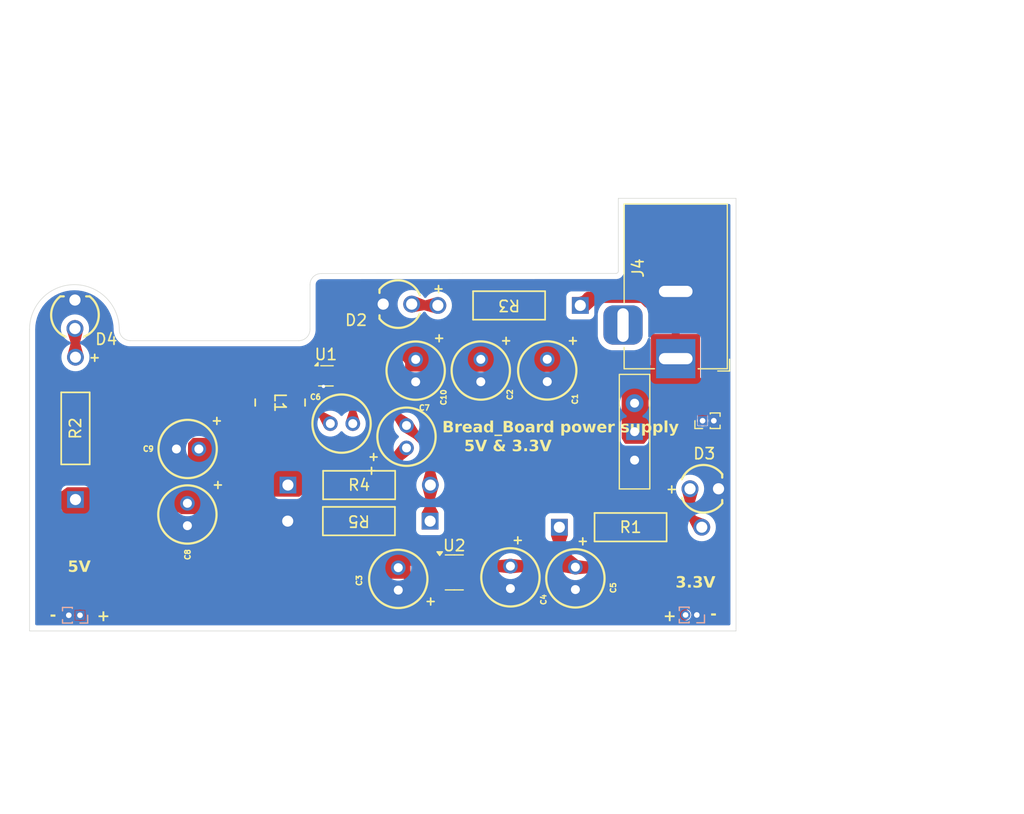
<source format=kicad_pcb>
(kicad_pcb (version 20240819) (generator "pcbnew") (generator_version "8.99")
  (layers (0 "F.Cu" signal) (2 "B.Cu" signal) (13 "F.Paste" user) (15 "B.Paste" user) (5 "F.SilkS" user "F.Silkscreen") (7 "B.SilkS" user "B.Silkscreen") (1 "F.Mask" user) (3 "B.Mask" user) (25 "Edge.Cuts" user))
  (net 0 "")
  (net 1 "Net-(U1-EN)")
  (net 2 "+12V")
  (net 3 "GND")
  (net 4 "+5V")
  (net 5 "+3.3V")
  (net 6 "Net-(U1-SW)")
  (net 7 "Net-(U1-VBST)")
  (net 8 "Net-(U1-VFB)")
  (net 9 "Net-(D2-A)")
  (net 10 "Net-(D3-A)")
  (net 11 "Net-(D4-A)")
  (footprint "Bread_Board_powers:ERL07_VIS" (layer "F.Cu") (at 147.246 93.644)
    (property "Reference" "R1" (at 6.35 0 0) (layer "F.SilkS"))
    (property "Value" "65R")
    (fp_line (start 3.1369 -1.27) (end 3.1369 1.27) (stroke (width 0.1524)) (layer "F.SilkS"))
    (fp_line (start 3.1369 1.27) (end 9.5631 1.27) (stroke (width 0.1524)) (layer "F.SilkS"))
    (fp_line (start 9.5631 -1.27) (end 3.1369 -1.27) (stroke (width 0.1524)) (layer "F.SilkS"))
    (fp_line (start 9.5631 1.27) (end 9.5631 -1.27) (stroke (width 0.1524)) (layer "F.SilkS"))
    (pad "1" thru_hole rect (at 0 0) (size 1.4986 1.4986) (drill 0.9906) (layers "*.Cu" "*.Mask") (net 5 "+3.3V"))
    (pad "2" thru_hole circle (at 12.7 0) (size 1.4986 1.4986) (drill 0.9906) (layers "*.Cu" "*.Mask") (net 10 "Net-(D3-A)"))
  )
  (footprint "Bread_Board_powers:WCAP-ATG5_5X11_DXL_" (layer "F.Cu") (at 148.675 98.208 90)
    (property "Reference" "C5" (at -0.844 3.377 90) (layer "F.SilkS") (effects (font (size 0.48 0.48) (thickness 0.12))))
    (property "Value" "2.2u")
    (fp_circle (center 0 0) (end 2.6 0) (stroke (width 0.2)) (fill none) (layer "F.SilkS"))
    (fp_text user "+" (at 3.3 0.6 90) (layer "F.SilkS") (effects (font (size 0.8 0.8))))
    (pad "1" thru_hole circle (at 1 0 90) (size 1.308 1.308) (drill 0.8) (layers "*.Cu" "*.Mask") (net 5 "+3.3V"))
    (pad "2" thru_hole circle (at -1 0 90) (size 1.308 1.308) (drill 0.8) (layers "*.Cu" "*.Mask") (net 3 "GND"))
  )
  (footprint "Button_Switch_THT:SW_Slide-03_Wuerth-WS-SLTV_10x2.5x6.4_P2.54mm" (layer "F.Cu") (at 153.952 85.117 90)
    (property "Reference" "SW1" (hide yes))
    (property "Value" "SW_Wuerth_450301014042")
    (fp_rect (start -5.11 -1.36) (end 5.11 1.36) (stroke (width 0.12)) (fill none) (layer "F.SilkS"))
    (pad "1" thru_hole rect (at 0 0 90) (size 1.5 1.5) (drill 0.8) (layers "*.Cu" "*.Mask") (net 2 "+12V"))
    (pad "2" thru_hole circle (at -2.54 0 90) (size 1.6 1.6) (drill 0.8) (layers "*.Cu" "*.Mask") (net 3 "GND"))
    (pad "3" thru_hole circle (at 2.54 0 90) (size 1.6 1.6) (drill 0.8) (layers "*.Cu" "*.Mask") (net 2 "+12V"))
  )
  (footprint "Bread_Board_powers:WCAP-ATG5_5X11_DXL_" (layer "F.Cu") (at 140.239 79.664 90)
    (property "Reference" "C2" (at -2.149 2.601 90) (layer "F.SilkS") (effects (font (size 0.48 0.48) (thickness 0.12))))
    (property "Value" "100n")
    (fp_circle (center 0 0) (end 2.6 0) (stroke (width 0.2)) (fill none) (layer "F.SilkS"))
    (fp_text user "+" (at 2.65 2.2 90) (layer "F.SilkS") (effects (font (size 0.8 0.8))))
    (pad "1" thru_hole circle (at 1 0 90) (size 1.308 1.308) (drill 0.8) (layers "*.Cu" "*.Mask") (net 1 "Net-(U1-EN)"))
    (pad "2" thru_hole circle (at -1 0 90) (size 1.308 1.308) (drill 0.8) (layers "*.Cu" "*.Mask") (net 3 "GND"))
  )
  (footprint "Connector_PinHeader_1.00mm:PinHeader_1x02_P1.00mm_Vertical" (layer "F.Cu") (at 160.017 84.143 90)
    (property "Reference" "J2")
    (property "Value" "5V_Connector")
    (fp_line (start -0.695 -0.685) (end 0 -0.685) (stroke (width 0.12)) (layer "F.SilkS"))
    (fp_line (start -0.695 0) (end -0.695 -0.685) (stroke (width 0.12)) (layer "F.SilkS"))
    (fp_line (start 0.695 0.685) (end 0.695 1.56) (stroke (width 0.12)) (layer "F.SilkS"))
    (fp_line (start 0.608276 0.685) (end 0.695 0.685) (stroke (width 0.12)) (layer "F.SilkS"))
    (fp_line (start -0.695 0.685) (end -0.608276 0.685) (stroke (width 0.12)) (layer "F.SilkS"))
    (fp_line (start -0.695 0.685) (end -0.695 1.56) (stroke (width 0.12)) (layer "F.SilkS"))
    (fp_line (start 0.394493 1.56) (end 0.695 1.56) (stroke (width 0.12)) (layer "F.SilkS"))
    (fp_line (start -0.695 1.56) (end -0.394493 1.56) (stroke (width 0.12)) (layer "F.SilkS"))
    (pad "1" thru_hole rect (at 0 0 90) (size 0.85 0.85) (drill 0.5) (layers "*.Cu" "*.Mask") (net 2 "+12V") (clearance 0.05))
    (pad "2" thru_hole oval (at 0 1 90) (size 0.85 0.85) (drill 0.5) (layers "*.Cu" "*.Mask") (net 3 "GND") (clearance 0.05))
  )
  (footprint "Bread_Board_powers:WCAP-ATG5_5X11_DXL_" (layer "F.Cu") (at 127.823 84.4)
    (property "Reference" "C6" (at -2.327 -2.378 360) (layer "F.SilkS") (effects (font (size 0.48 0.48) (thickness 0.12))))
    (property "Value" "100n")
    (fp_circle (center 0 0) (end 2.6 0) (stroke (width 0.2)) (fill none) (layer "F.SilkS"))
    (fp_text user "+" (at 2.672 4.154 360) (layer "F.SilkS") (effects (font (size 0.8 0.8))))
    (pad "1" thru_hole circle (at 1 0) (size 1.308 1.308) (drill 0.8) (layers "*.Cu" "*.Mask") (net 7 "Net-(U1-VBST)"))
    (pad "2" thru_hole circle (at -1 0) (size 1.308 1.308) (drill 0.8) (layers "*.Cu" "*.Mask") (net 6 "Net-(U1-SW)"))
  )
  (footprint "Bread_Board_powers:WCAP-ATG5_5X11_DXL_" (layer "F.Cu") (at 142.881 98.117 90)
    (property "Reference" "C4" (at -1.984 2.957 90) (layer "F.SilkS") (effects (font (size 0.48 0.48) (thickness 0.12))))
    (property "Value" "2.2u")
    (fp_circle (center 0 0) (end 2.6 0) (stroke (width 0.2)) (fill none) (layer "F.SilkS"))
    (fp_text user "+" (at 3.3 0.6 90) (layer "F.SilkS") (effects (font (size 0.8 0.8))))
    (pad "1" thru_hole circle (at 1 0 90) (size 1.308 1.308) (drill 0.8) (layers "*.Cu" "*.Mask") (net 5 "+3.3V"))
    (pad "2" thru_hole circle (at -1 0 90) (size 1.308 1.308) (drill 0.8) (layers "*.Cu" "*.Mask") (net 3 "GND"))
  )
  (footprint "Bread_Board_powers:ERL07_VIS" (layer "F.Cu") (at 123.04 89.882)
    (property "Reference" "R4" (at 6.35 0 0) (layer "F.SilkS"))
    (property "Value" "52.3k")
    (fp_line (start 3.1369 -1.27) (end 3.1369 1.27) (stroke (width 0.1524)) (layer "F.SilkS"))
    (fp_line (start 3.1369 1.27) (end 9.5631 1.27) (stroke (width 0.1524)) (layer "F.SilkS"))
    (fp_line (start 9.5631 -1.27) (end 3.1369 -1.27) (stroke (width 0.1524)) (layer "F.SilkS"))
    (fp_line (start 9.5631 1.27) (end 9.5631 -1.27) (stroke (width 0.1524)) (layer "F.SilkS"))
    (pad "1" thru_hole rect (at 0 0) (size 1.4986 1.4986) (drill 0.9906) (layers "*.Cu" "*.Mask") (net 4 "+5V"))
    (pad "2" thru_hole circle (at 12.7 0) (size 1.4986 1.4986) (drill 0.9906) (layers "*.Cu" "*.Mask") (net 8 "Net-(U1-VFB)"))
  )
  (footprint "Package_TO_SOT_SMD:SOT-23-5" (layer "F.Cu") (at 137.876 97.6775)
    (property "Reference" "U2" (at 0 -2.4 0) (layer "F.SilkS"))
    (property "Value" "LP5907MFX-3.3")
    (fp_line (start 0 -1.56) (end -0.8 -1.56) (stroke (width 0.12)) (layer "F.SilkS"))
    (fp_line (start 0 -1.56) (end 0.8 -1.56) (stroke (width 0.12)) (layer "F.SilkS"))
    (fp_line (start 0 1.56) (end -0.8 1.56) (stroke (width 0.12)) (layer "F.SilkS"))
    (fp_line (start 0 1.56) (end 0.8 1.56) (stroke (width 0.12)) (layer "F.SilkS"))
    (fp_poly (pts (xy -1.3 -1.51) (xy -1.54 -1.84) (xy -1.06 -1.84) (xy -1.3 -1.51)) (stroke (width 0.12)) (fill solid) (layer "F.SilkS"))
    (pad "1" smd roundrect (at -1.1375 -0.95) (size 1.325 0.6) (layers "F.Cu" "F.Mask" "F.Paste") (net 4 "+5V"))
    (pad "2" smd roundrect (at -1.1375 0) (size 1.325 0.6) (layers "F.Cu" "F.Mask" "F.Paste") (net 3 "GND"))
    (pad "3" smd roundrect (at -1.1375 0.95) (size 1.325 0.6) (layers "F.Cu" "F.Mask" "F.Paste") (net 4 "+5V"))
    (pad "4" smd roundrect (at 1.1375 0.95) (size 1.325 0.6) (layers "F.Cu" "F.Mask" "F.Paste"))
    (pad "5" smd roundrect (at 1.1375 -0.95) (size 1.325 0.6) (layers "F.Cu" "F.Mask" "F.Paste") (net 5 "+3.3V"))
  )
  (footprint "Bread_Board_powers:ERL07_VIS" (layer "F.Cu") (at 149.112 73.855 180)
    (property "Reference" "R3" (at 6.35 0 180) (layer "F.SilkS"))
    (property "Value" "500R")
    (fp_line (start 9.5631 1.27) (end 9.5631 -1.27) (stroke (width 0.1524)) (layer "F.SilkS"))
    (fp_line (start 9.5631 -1.27) (end 3.1369 -1.27) (stroke (width 0.1524)) (layer "F.SilkS"))
    (fp_line (start 3.1369 1.27) (end 9.5631 1.27) (stroke (width 0.1524)) (layer "F.SilkS"))
    (fp_line (start 3.1369 -1.27) (end 3.1369 1.27) (stroke (width 0.1524)) (layer "F.SilkS"))
    (pad "1" thru_hole rect (at 0 0 180) (size 1.4986 1.4986) (drill 0.9906) (layers "*.Cu" "*.Mask") (net 2 "+12V"))
    (pad "2" thru_hole circle (at 12.7 0 180) (size 1.4986 1.4986) (drill 0.9906) (layers "*.Cu" "*.Mask") (net 9 "Net-(D2-A)"))
  )
  (footprint "Bread_Board_powers:IND_BWVS008_PUL" (layer "F.Cu") (at 122.346 82.518 -90)
    (property "Reference" "L1" (at 0 0 -90) (layer "F.SilkS"))
    (property "Value" "4.7uH")
    (fp_line (start -0.301113 2.2225) (end 0.301113 2.2225) (stroke (width 0.1524)) (layer "F.SilkS"))
    (fp_line (start 0.301113 -2.2225) (end -0.301113 -2.2225) (stroke (width 0.1524)) (layer "F.SilkS"))
    (pad "1" smd rect (at -1.4986 0 270) (size 1.8034 4.1402) (layers "F.Cu" "F.Mask" "F.Paste") (net 6 "Net-(U1-SW)"))
    (pad "2" smd rect (at 1.4986 0 270) (size 1.8034 4.1402) (layers "F.Cu" "F.Mask" "F.Paste") (net 4 "+5V"))
  )
  (footprint "Bread_Board_powers:WCAP-ATG5_5X11_DXL_" (layer "F.Cu") (at 133.614 85.569 -90)
    (property "Reference" "C7" (at -2.58 -1.595 0) (layer "F.SilkS") (effects (font (size 0.48 0.48) (thickness 0.12))))
    (property "Value" "22p")
    (fp_circle (center 0 0) (end 2.6 0) (stroke (width 0.2)) (fill none) (layer "F.SilkS"))
    (fp_text user "+" (at 1.8115 2.988 90) (layer "F.SilkS") (effects (font (size 0.8 0.8))))
    (pad "1" thru_hole circle (at 1 0 270) (size 1.308 1.308) (drill 0.8) (layers "*.Cu" "*.Mask") (net 4 "+5V"))
    (pad "2" thru_hole circle (at -1 0 270) (size 1.308 1.308) (drill 0.8) (layers "*.Cu" "*.Mask") (net 8 "Net-(U1-VFB)"))
  )
  (footprint "Bread_Board_powers:WCAP-ATG5_5X11_DXL_" (layer "F.Cu") (at 134.432 79.672 90)
    (property "Reference" "C10" (at -2.39 2.49 90) (layer "F.SilkS") (effects (font (size 0.48 0.48) (thickness 0.12))))
    (property "Value" "10u")
    (fp_circle (center 0 0) (end 2.6 0) (stroke (width 0.2)) (fill none) (layer "F.SilkS"))
    (fp_text user "+" (at 2.884 2.035 90) (layer "F.SilkS") (effects (font (size 0.8 0.8))))
    (pad "1" thru_hole circle (at 1 0 90) (size 1.308 1.308) (drill 0.8) (layers "*.Cu" "*.Mask") (net 1 "Net-(U1-EN)"))
    (pad "2" thru_hole circle (at -1 0 90) (size 1.308 1.308) (drill 0.8) (layers "*.Cu" "*.Mask") (net 3 "GND"))
  )
  (footprint "Package_TO_SOT_SMD:SOT-563" (layer "F.Cu") (at 126.426 80.139)
    (property "Reference" "U1" (at 0 -1.91 360) (layer "F.SilkS"))
    (property "Value" "TPS562202")
    (fp_line (start 0.65 -0.9) (end -0.45 -0.9) (stroke (width 0.12)) (layer "F.SilkS"))
    (fp_line (start 0.65 0.9) (end -0.65 0.9) (stroke (width 0.12)) (layer "F.SilkS"))
    (fp_poly (pts (xy -0.7 -0.9) (xy -0.98 -0.9) (xy -0.7 -1.18) (xy -0.7 -0.9)) (stroke (width 0.12)) (fill solid) (layer "F.SilkS"))
    (pad "1" smd roundrect (at -0.75 -0.5) (size 0.7 0.34) (layers "F.Cu" "F.Mask" "F.Paste") (net 1 "Net-(U1-EN)"))
    (pad "2" smd roundrect (at -0.75 0) (size 0.7 0.34) (layers "F.Cu" "F.Mask" "F.Paste") (net 6 "Net-(U1-SW)"))
    (pad "3" smd roundrect (at -0.75 0.5) (size 0.7 0.34) (layers "F.Cu" "F.Mask" "F.Paste") (net 3 "GND"))
    (pad "4" smd roundrect (at 0.75 0.5) (size 0.7 0.34) (layers "F.Cu" "F.Mask" "F.Paste") (net 7 "Net-(U1-VBST)"))
    (pad "5" smd roundrect (at 0.75 0) (size 0.7 0.34) (layers "F.Cu" "F.Mask" "F.Paste") (net 1 "Net-(U1-EN)"))
    (pad "6" smd roundrect (at 0.75 -0.5) (size 0.7 0.34) (layers "F.Cu" "F.Mask" "F.Paste") (net 8 "Net-(U1-VFB)"))
  )
  (footprint "Bread_Board_powers:WCAP-ATG5_5X11_DXL_" (layer "F.Cu") (at 114.098 86.664)
    (property "Reference" "C9" (at -3.509 -0.0105 360) (layer "F.SilkS") (effects (font (size 0.48 0.48) (thickness 0.12))))
    (property "Value" "22u")
    (fp_circle (center 0 0) (end 2.6 0) (stroke (width 0.2)) (fill none) (layer "F.SilkS"))
    (fp_text user "+" (at 2.604 -2.561 360) (layer "F.SilkS") (effects (font (size 0.8 0.8))))
    (pad "1" thru_hole circle (at 1 0) (size 1.308 1.308) (drill 0.8) (layers "*.Cu" "*.Mask") (net 4 "+5V"))
    (pad "2" thru_hole circle (at -1 0) (size 1.308 1.308) (drill 0.8) (layers "*.Cu" "*.Mask") (net 3 "GND"))
  )
  (footprint "Bread_Board_powers:WCAP-ATG5_5X11_DXL_" (layer "F.Cu") (at 114.076 92.509 90)
    (property "Reference" "C8" (at -3.58 0.0235 90) (layer "F.SilkS") (effects (font (size 0.48 0.48) (thickness 0.12))))
    (property "Value" "22u")
    (fp_circle (center 0 0) (end 2.6 0) (stroke (width 0.2)) (fill none) (layer "F.SilkS"))
    (fp_text user "+" (at 2.631 2.663 90) (layer "F.SilkS") (effects (font (size 0.8 0.8))))
    (pad "1" thru_hole circle (at 1 0 90) (size 1.308 1.308) (drill 0.8) (layers "*.Cu" "*.Mask") (net 4 "+5V"))
    (pad "2" thru_hole circle (at -1 0 90) (size 1.308 1.308) (drill 0.8) (layers "*.Cu" "*.Mask") (net 3 "GND"))
  )
  (footprint "Bread_Board_powers:WL-TMRW_3MM" (layer "F.Cu") (at 132.806 73.737 180)
    (property "Reference" "D2" (at 3.686 -1.433 0) (layer "F.SilkS"))
    (property "Value" "LED")
    (fp_line (start 1.6 1) (end 1.6 1.3) (stroke (width 0.2)) (layer "F.SilkS"))
    (fp_line (start 1.6 -1) (end 1.6 -1.3) (stroke (width 0.2)) (layer "F.SilkS"))
    (fp_arc (start 1.6 1.3) (mid -0.346505 2.10484) (end -2 0.8) (stroke (width 0.2)) (layer "F.SilkS"))
    (fp_arc (start -2 -0.85) (mid -0.329141 -2.108124) (end 1.6 -1.3) (stroke (width 0.2)) (layer "F.SilkS"))
    (fp_text user "+" (at -3.665 1.407 0) (layer "F.SilkS") (effects (font (size 0.8 0.8))))
    (pad "1" thru_hole circle (at 1.27 0 180) (size 1.508 1.508) (drill 1) (layers "*.Cu" "*.Mask") (net 3 "GND"))
    (pad "2" thru_hole circle (at -1.27 0 180) (size 1.508 1.508) (drill 1) (layers "*.Cu" "*.Mask") (net 9 "Net-(D2-A)"))
  )
  (footprint "Bread_Board_powers:BLM18_MUR" (layer "F.Cu") (at 150.522 79.404 90)
    (property "Reference" "BLM18AG102S1ND1")
    (property "Value" "1kΩ@100MHz")
    (pad "1" smd rect (at -0.7493 0 90) (size 0.9652 0.9398) (layers "F.Cu" "F.Mask" "F.Paste") (net 2 "+12V"))
    (pad "2" smd rect (at 0.7493 0 90) (size 0.9652 0.9398) (layers "F.Cu" "F.Mask" "F.Paste") (net 1 "Net-(U1-EN)"))
    (zone (net 0) (net_name "") (layer "F.Cu") (connect_pads (clearance 0)) (min_thickness 0.254)
      (keepout (tracks not_allowed) (vias not_allowed) (pads allowed) (copperpour not_allowed) (footprints allowed))
      (fill (thermal_gap 0.508) (thermal_bridge_width 0.508))
      (polygon (pts (xy 150.1029 79.6199) (xy 150.1029 79.1881) (xy 150.9411 79.1881) (xy 150.9411 79.6199)))
    )
  )
  (footprint "Bread_Board_powers:ERL07_VIS" (layer "F.Cu") (at 135.72 93.1 180)
    (property "Reference" "R5" (at 6.35 0 180) (layer "F.SilkS"))
    (property "Value" "10k")
    (fp_line (start 9.5631 1.27) (end 9.5631 -1.27) (stroke (width 0.1524)) (layer "F.SilkS"))
    (fp_line (start 9.5631 -1.27) (end 3.1369 -1.27) (stroke (width 0.1524)) (layer "F.SilkS"))
    (fp_line (start 3.1369 1.27) (end 9.5631 1.27) (stroke (width 0.1524)) (layer "F.SilkS"))
    (fp_line (start 3.1369 -1.27) (end 3.1369 1.27) (stroke (width 0.1524)) (layer "F.SilkS"))
    (pad "1" thru_hole rect (at 0 0 180) (size 1.4986 1.4986) (drill 0.9906) (layers "*.Cu" "*.Mask") (net 8 "Net-(U1-VFB)"))
    (pad "2" thru_hole circle (at 12.7 0 180) (size 1.4986 1.4986) (drill 0.9906) (layers "*.Cu" "*.Mask") (net 3 "GND"))
  )
  (footprint "Bread_Board_powers:WCAP-ATG5_5X11_DXL_" (layer "F.Cu") (at 146.165 79.655 90)
    (property "Reference" "C1" (at -2.557 2.477 90) (layer "F.SilkS") (effects (font (size 0.48 0.48) (thickness 0.12))))
    (property "Value" "10u")
    (fp_circle (center 0 0) (end 2.6 0) (stroke (width 0.2)) (fill none) (layer "F.SilkS"))
    (fp_text user "+" (at 2.641 2.228 90) (layer "F.SilkS") (effects (font (size 0.8 0.8))))
    (pad "1" thru_hole circle (at 1 0 90) (size 1.308 1.308) (drill 0.8) (layers "*.Cu" "*.Mask") (net 1 "Net-(U1-EN)"))
    (pad "2" thru_hole circle (at -1 0 90) (size 1.308 1.308) (drill 0.8) (layers "*.Cu" "*.Mask") (net 3 "GND"))
  )
  (footprint "Connector_BarrelJack:BarrelJack_Horizontal" (layer "F.Cu") (at 157.621 78.605 -90)
    (property "Reference" "J4" (at -8.085 3.361 90) (layer "F.SilkS"))
    (property "Value" "Barrel_Jack_Switch")
    (fp_line (start -13.8 4.6) (end -13.8 -4.6) (stroke (width 0.12)) (layer "F.SilkS"))
    (fp_line (start -5 4.6) (end -13.8 4.6) (stroke (width 0.12)) (layer "F.SilkS"))
    (fp_line (start 0.9 4.6) (end -1 4.6) (stroke (width 0.12)) (layer "F.SilkS"))
    (fp_line (start 0.9 1.9) (end 0.9 4.6) (stroke (width 0.12)) (layer "F.SilkS"))
    (fp_line (start 1.1 -3.75) (end 1.1 -4.8) (stroke (width 0.12)) (layer "F.SilkS"))
    (fp_line (start -13.8 -4.6) (end 0.9 -4.6) (stroke (width 0.12)) (layer "F.SilkS"))
    (fp_line (start 0.9 -4.6) (end 0.9 -2) (stroke (width 0.12)) (layer "F.SilkS"))
    (fp_line (start 0.05 -4.8) (end 1.1 -4.8) (stroke (width 0.12)) (layer "F.SilkS"))
    (pad "1" thru_hole rect (at 0 0 270) (size 3.5 3.5) (drill oval 1 3) (layers "*.Cu" "*.Mask") (net 2 "+12V"))
    (pad "2" thru_hole roundrect (at -6 0 270) (size 3 3.5) (drill oval 1 3) (layers "*.Cu" "*.Mask") (net 3 "GND"))
    (pad "3" thru_hole roundrect (at -3 4.7 270) (size 3.5 3.5) (drill oval 3 1) (layers "*.Cu" "*.Mask"))
  )
  (footprint "Bread_Board_powers:WL-TMRW_3MM" (layer "F.Cu") (at 160.167 90.215)
    (property "Reference" "D3" (at 0 -3.135 0) (layer "F.SilkS"))
    (property "Value" "LED")
    (fp_line (start 1.6 -1) (end 1.6 -1.3) (stroke (width 0.2)) (layer "F.SilkS"))
    (fp_line (start 1.6 1) (end 1.6 1.3) (stroke (width 0.2)) (layer "F.SilkS"))
    (fp_arc (start -2 -0.85) (mid -0.329141 -2.108124) (end 1.6 -1.3) (stroke (width 0.2)) (layer "F.SilkS"))
    (fp_arc (start 1.6 1.3) (mid -0.346505 2.10484) (end -2 0.8) (stroke (width 0.2)) (layer "F.SilkS"))
    (fp_text user "+" (at -2.9 0 0) (layer "F.SilkS") (effects (font (size 0.8 0.8))))
    (pad "1" thru_hole circle (at 1.27 0) (size 1.508 1.508) (drill 1) (layers "*.Cu" "*.Mask") (net 3 "GND"))
    (pad "2" thru_hole circle (at -1.27 0) (size 1.508 1.508) (drill 1) (layers "*.Cu" "*.Mask") (net 10 "Net-(D3-A)"))
  )
  (footprint "Bread_Board_powers:WL-TMRW_3MM" (layer "F.Cu") (at 104.049 74.645 90)
    (property "Reference" "D4" (at -2.225 2.791 180) (layer "F.SilkS"))
    (property "Value" "LED")
    (fp_line (start 1.6 -1) (end 1.6 -1.3) (stroke (width 0.2)) (layer "F.SilkS"))
    (fp_line (start 1.6 1) (end 1.6 1.3) (stroke (width 0.2)) (layer "F.SilkS"))
    (fp_arc (start -2 -0.85) (mid -0.329141 -2.108124) (end 1.6 -1.3) (stroke (width 0.2)) (layer "F.SilkS"))
    (fp_arc (start 1.6 1.3) (mid -0.346505 2.10484) (end -2 0.8) (stroke (width 0.2)) (layer "F.SilkS"))
    (fp_text user "+" (at -3.882 1.702 90) (layer "F.SilkS") (effects (font (size 0.8 0.8))))
    (pad "1" thru_hole circle (at 1.27 0 90) (size 1.508 1.508) (drill 1) (layers "*.Cu" "*.Mask") (net 3 "GND"))
    (pad "2" thru_hole circle (at -1.27 0 90) (size 1.508 1.508) (drill 1) (layers "*.Cu" "*.Mask") (net 11 "Net-(D4-A)"))
  )
  (footprint "Bread_Board_powers:WCAP-ATG5_5X11_DXL_" (layer "F.Cu") (at 132.881 98.256 90)
    (property "Reference" "C3" (at -0.14 -3.4848 90) (layer "F.SilkS") (effects (font (size 0.48 0.48) (thickness 0.12))))
    (property "Value" "2.2u")
    (fp_circle (center 0 0) (end 2.6 0) (stroke (width 0.2)) (fill none) (layer "F.SilkS"))
    (fp_text user "+" (at -2.016 2.83 90) (layer "F.SilkS") (effects (font (size 0.8 0.8))))
    (pad "1" thru_hole circle (at 1 0 90) (size 1.308 1.308) (drill 0.8) (layers "*.Cu" "*.Mask") (net 4 "+5V"))
    (pad "2" thru_hole circle (at -1 0 90) (size 1.308 1.308) (drill 0.8) (layers "*.Cu" "*.Mask") (net 3 "GND"))
  )
  (footprint "Bread_Board_powers:ERL07_VIS" (layer "F.Cu") (at 104.093 91.175 90)
    (property "Reference" "R2" (at 6.35 0 90) (layer "F.SilkS"))
    (property "Value" "150R")
    (fp_line (start 9.5631 -1.27) (end 3.1369 -1.27) (stroke (width 0.1524)) (layer "F.SilkS"))
    (fp_line (start 3.1369 -1.27) (end 3.1369 1.27) (stroke (width 0.1524)) (layer "F.SilkS"))
    (fp_line (start 9.5631 1.27) (end 9.5631 -1.27) (stroke (width 0.1524)) (layer "F.SilkS"))
    (fp_line (start 3.1369 1.27) (end 9.5631 1.27) (stroke (width 0.1524)) (layer "F.SilkS"))
    (pad "1" thru_hole rect (at 0 0 90) (size 1.4986 1.4986) (drill 0.9906) (layers "*.Cu" "*.Mask") (net 4 "+5V"))
    (pad "2" thru_hole circle (at 12.7 0 90) (size 1.4986 1.4986) (drill 0.9906) (layers "*.Cu" "*.Mask") (net 11 "Net-(D4-A)"))
  )
  (footprint "Connector_PinHeader_1.00mm:PinHeader_1x02_P1.00mm_Vertical" (layer "B.Cu") (at 159.5 101.473 90)
    (property "Reference" "J1" (hide yes))
    (property "Value" "3.3_Connector")
    (fp_line (start 0.394493 -1.56) (end 0.695 -1.56) (stroke (width 0.12)) (layer "B.SilkS"))
    (fp_line (start -0.695 -1.56) (end -0.394493 -1.56) (stroke (width 0.12)) (layer "B.SilkS"))
    (fp_line (start 0.695 -0.685) (end 0.695 -1.56) (stroke (width 0.12)) (layer "B.SilkS"))
    (fp_line (start 0.608276 -0.685) (end 0.695 -0.685) (stroke (width 0.12)) (layer "B.SilkS"))
    (fp_line (start -0.695 -0.685) (end -0.695 -1.56) (stroke (width 0.12)) (layer "B.SilkS"))
    (fp_line (start -0.695 -0.685) (end -0.608276 -0.685) (stroke (width 0.12)) (layer "B.SilkS"))
    (fp_line (start -0.695 0) (end -0.695 0.685) (stroke (width 0.12)) (layer "B.SilkS"))
    (fp_line (start -0.695 0.685) (end 0 0.685) (stroke (width 0.12)) (layer "B.SilkS"))
    (pad "1" thru_hole rect (at 0 0 90) (size 0.85 0.85) (drill 0.5) (layers "F&B.Cu" "*.Mask") (net 3 "GND"))
    (pad "2" thru_hole oval (at 0 -1 90) (size 0.85 0.85) (drill 0.5) (layers "F&B.Cu" "*.Mask") (net 5 "+3.3V"))
  )
  (footprint "Connector_PinHeader_1.00mm:PinHeader_1x02_P1.00mm_Vertical" (layer "B.Cu") (at 104.5 101.5 90)
    (property "Reference" "J3" (hide yes))
    (property "Value" "12V_Connector")
    (fp_line (start 0.394493 -1.56) (end 0.695 -1.56) (stroke (width 0.12)) (layer "B.SilkS"))
    (fp_line (start -0.695 -1.56) (end -0.394493 -1.56) (stroke (width 0.12)) (layer "B.SilkS"))
    (fp_line (start 0.695 -0.685) (end 0.695 -1.56) (stroke (width 0.12)) (layer "B.SilkS"))
    (fp_line (start 0.608276 -0.685) (end 0.695 -0.685) (stroke (width 0.12)) (layer "B.SilkS"))
    (fp_line (start -0.695 -0.685) (end -0.695 -1.56) (stroke (width 0.12)) (layer "B.SilkS"))
    (fp_line (start -0.695 -0.685) (end -0.608276 -0.685) (stroke (width 0.12)) (layer "B.SilkS"))
    (fp_line (start -0.695 0) (end -0.695 0.685) (stroke (width 0.12)) (layer "B.SilkS"))
    (fp_line (start -0.695 0.685) (end 0 0.685) (stroke (width 0.12)) (layer "B.SilkS"))
    (pad "1" thru_hole rect (at 0 0 90) (size 0.85 0.85) (drill 0.5) (layers "F&B.Cu" "*.Mask") (net 4 "+5V"))
    (pad "2" thru_hole oval (at 0 -1 90) (size 0.85 0.85) (drill 0.5) (layers "F&B.Cu" "*.Mask") (net 3 "GND"))
  )
  (gr_line (start 125.010098 75.99005) (end 125.010099 72.01) (stroke (width 0.05)) (layer "Edge.Cuts"))
  (gr_arc (start 152.5 70.8) (mid 152.441421 70.941421) (end 152.3 71) (stroke (width 0.05)) (layer "Edge.Cuts"))
  (gr_arc (start 100 76) (mid 104 72) (end 108 76) (stroke (width 0.05)) (layer "Edge.Cuts"))
  (gr_line (start 152.5 65.3) (end 152.5 64.3) (stroke (width 0.05)) (layer "Edge.Cuts"))
  (gr_line (start 152.5 64.3) (end 163 64.3) (stroke (width 0.05)) (layer "Edge.Cuts"))
  (gr_arc (start 109 77) (mid 108.292893 76.707107) (end 108 76) (stroke (width 0.05)) (layer "Edge.Cuts"))
  (gr_line (start 100 102.9) (end 163 102.9) (stroke (width 0.05)) (layer "Edge.Cuts"))
  (gr_line (start 152.5 65.3) (end 152.5 70.8) (stroke (width 0.05)) (layer "Edge.Cuts"))
  (gr_line (start 163 102.9) (end 163 64.3) (stroke (width 0.05)) (layer "Edge.Cuts"))
  (gr_arc (start 125.010099 75.99005) (mid 124.710697 76.70779) (end 123.99 77) (stroke (width 0.05)) (layer "Edge.Cuts"))
  (gr_line (start 109 77) (end 123.99 77) (stroke (width 0.05)) (layer "Edge.Cuts"))
  (gr_arc (start 125.010099 72.01) (mid 125.292964 71.307105) (end 125.990001 71.010098) (stroke (width 0.05)) (layer "Edge.Cuts"))
  (gr_line (start 100 76) (end 100 102.9) (stroke (width 0.05)) (layer "Edge.Cuts"))
  (gr_line (start 125.990001 71.0101) (end 152.3 71) (stroke (width 0.05)) (layer "Edge.Cuts"))
  (gr_text "+" (at 156.5 102.2 0) (layer "F.SilkS") (effects (font (size 1 1) (thickness 0.25) (bold yes)) (justify left bottom)))
  (gr_text "-" (at 101.8 102.1 0) (layer "F.SilkS") (effects (font (size 1 1) (thickness 0.25) (bold yes)) (justify left bottom)))
  (gr_text "+" (at 106 102.2 0) (layer "F.SilkS") (effects (font (size 1 1) (thickness 0.25) (bold yes)) (justify left bottom)))
  (gr_text "3.3V" (at 157.6 99.2 0) (layer "F.SilkS") (effects (font (size 1 1) (thickness 0.25) (bold yes)) (justify left bottom)))
  (gr_text "-" (at 160.7 102 0) (layer "F.SilkS") (effects (font (size 1 1) (thickness 0.25) (bold yes)) (justify left bottom)))
  (gr_text "5V" (at 103.4 97.8 0) (layer "F.SilkS") (effects (font (size 1 1) (thickness 0.25) (bold yes)) (justify left bottom)))
  (gr_text "Bread_Board power supply \n    5V & 3.3V" (at 136.8 87.031448 0) (layer "F.SilkS") (effects (font (size 1 1) (thickness 0.25) (bold yes)) (justify left bottom)))
  (segment (start 126.174 79.639) (end 125.676 79.639) (width 0.3) (layer "F.Cu") (net 1))
  (segment (start 126.674 80.139) (end 126.174 79.639) (width 0.3) (layer "F.Cu") (net 1))
  (segment (start 125.676 79.639) (end 125.068 79.639) (width 0.3) (layer "F.Cu") (net 1))
  (segment (start 127.176 80.139) (end 126.674 80.139) (width 0.3) (layer "F.Cu") (net 1))
  (segment (start 155.171 73.581) (end 155.171 73.743478) (width 0.7) (layer "F.Cu") (net 2))
  (segment (start 160.017 84.143) (end 160.017 81.001) (width 0.7) (layer "F.Cu") (net 2))
  (segment (start 157.621 76.193478) (end 157.621 78.605) (width 0.7) (layer "F.Cu") (net 2))
  (segment (start 155.171 73.743478) (end 157.621 76.193478) (width 0.7) (layer "F.Cu") (net 2))
  (segment (start 149.835 73.132) (end 149.112 73.855) (width 1) (layer "F.Cu") (net 2))
  (segment (start 155.171 73.581) (end 154.722 73.132) (width 1) (layer "F.Cu") (net 2))
  (segment (start 160.017 81.001) (end 157.621 78.605) (width 0.7) (layer "F.Cu") (net 2))
  (segment (start 154.722 73.132) (end 149.835 73.132) (width 1) (layer "F.Cu") (net 2))
  (segment (start 136.7385 97.6775) (end 137.412262 97.6775) (width 0.3) (layer "F.Cu") (net 3))
  (segment (start 142.158 99.84) (end 142.881 99.117) (width 1) (layer "F.Cu") (net 3))
  (segment (start 138.29 99.84) (end 138.61 99.84) (width 0.3) (layer "F.Cu") (net 3))
  (segment (start 138.12 99.67) (end 138.29 99.84) (width 0.3) (layer "F.Cu") (net 3))
  (segment (start 137.412262 97.6775) (end 138 98.265238) (width 0.3) (layer "F.Cu") (net 3))
  (segment (start 126.21 81.08) (end 125.869 80.739) (width 0.5) (layer "F.Cu") (net 3))
  (segment (start 138.61 99.84) (end 142.158 99.84) (width 1) (layer "F.Cu") (net 3))
  (segment (start 138 99.55) (end 138.12 99.67) (width 0.3) (layer "F.Cu") (net 3))
  (segment (start 138 98.265238) (end 138 99.55) (width 0.3) (layer "F.Cu") (net 3))
  (via (at 126.21 81.08) (size 0.6) (drill 0.3) (layers "F.Cu" "B.Cu") (net 3))
  (segment (start 133.4095 96.7275) (end 136.7385 96.7275) (width 0.7) (layer "F.Cu") (net 4))
  (segment (start 132.533 87.65) (end 133.614 86.569) (width 1) (layer "F.Cu") (net 4))
  (segment (start 123.04 89.882) (end 125.272 87.65) (width 1) (layer "F.Cu") (net 4))
  (segment (start 132.881 97.256) (end 133.4095 96.7275) (width 0.7) (layer "F.Cu") (net 4))
  (segment (start 104.5 99.17) (end 104.093 98.763) (width 1) (layer "F.Cu") (net 4))
  (segment (start 104.093 96.1) (end 104.093 93.056) (width 1) (layer "F.Cu") (net 4))
  (segment (start 104.527 101.473) (end 104.5 101.5) (width 0.5) (layer "F.Cu") (net 4))
  (segment (start 104.093 91.175) (end 104.615 91.175) (width 1) (layer "F.Cu") (net 4))
  (segment (start 104.093 96.1) (end 104.093 91.175) (width 1) (layer "F.Cu") (net 4))
  (segment (start 105.64 91.509) (end 114.076 91.509) (width 1) (layer "F.Cu") (net 4))
  (segment (start 125.272 87.65) (end 132.533 87.65) (width 1) (layer "F.Cu") (net 4))
  (segment (start 104.093 98.763) (end 104.093 96.1) (width 1) (layer "F.Cu") (net 4))
  (segment (start 104.093 93.056) (end 105.64 91.509) (width 1) (layer "F.Cu") (net 4))
  (segment (start 104.615 91.175) (end 104.949 91.509) (width 1) (layer "F.Cu") (net 4))
  (segment (start 104.949 91.509) (end 105.64 91.509) (width 1) (layer "F.Cu") (net 4))
  (segment (start 136.7385 98.6275) (end 134.2525 98.6275) (width 0.7) (layer "F.Cu") (net 4))
  (segment (start 134.2525 98.6275) (end 132.881 97.256) (width 0.7) (layer "F.Cu") (net 4))
  (segment (start 104.5 101.5) (end 104.5 99.17) (width 1) (layer "F.Cu") (net 4))
  (segment (start 147.246 93.644) (end 147.246 95.779) (width 1) (layer "F.Cu") (net 5))
  (segment (start 140.947 97.117) (end 142.881 97.117) (width 1) (layer "F.Cu") (net 5))
  (segment (start 147.246 95.779) (end 148.675 97.208) (width 1) (layer "F.Cu") (net 5))
  (segment (start 148.584 97.117) (end 148.675 97.208) (width 1) (layer "F.Cu") (net 5))
  (segment (start 140.2325 96.7275) (end 140.25 96.71) (width 0.5) (layer "F.Cu") (net 5))
  (segment (start 139.0135 96.7275) (end 140.2325 96.7275) (width 0.5) (layer "F.Cu") (net 5))
  (segment (start 142.881 97.117) (end 148.584 97.117) (width 1) (layer "F.Cu") (net 5))
  (segment (start 148.697 97.23) (end 154.132 97.23) (width 1) (layer "F.Cu") (net 5))
  (segment (start 140.25 96.71) (end 140.54 96.71) (width 1) (layer "F.Cu") (net 5))
  (segment (start 154.132 97.23) (end 158.375 101.473) (width 1) (layer "F.Cu") (net 5))
  (segment (start 140.54 96.71) (end 140.947 97.117) (width 1) (layer "F.Cu") (net 5))
  (segment (start 148.675 97.208) (end 148.697 97.23) (width 1) (layer "F.Cu") (net 5))
  (segment (start 125.294 82.871) (end 126.823 84.4) (width 0.5) (layer "F.Cu") (net 6))
  (segment (start 125.121 80.344) (end 125.121 81.346) (width 0.3) (layer "F.Cu") (net 6))
  (segment (start 125.121 81.346) (end 125.294 81.519) (width 0.3) (layer "F.Cu") (net 6))
  (segment (start 123.2264 80.139) (end 122.346 81.0194) (width 0.3) (layer "F.Cu") (net 6))
  (segment (start 125.326 80.139) (end 125.121 80.344) (width 0.3) (layer "F.Cu") (net 6))
  (segment (start 125.676 80.139) (end 123.2264 80.139) (width 0.3) (layer "F.Cu") (net 6))
  (segment (start 125.676 80.139) (end 125.326 80.139) (width 0.3) (layer "F.Cu") (net 6))
  (segment (start 125.294 81.519) (end 125.294 82.871) (width 0.5) (layer "F.Cu") (net 6))
  (segment (start 127.176 80.639) (end 127.716 80.639) (width 0.3) (layer "F.Cu") (net 7))
  (segment (start 127.716 80.639) (end 128.185 81.108) (width 0.3) (layer "F.Cu") (net 7))
  (segment (start 128.185 81.108) (end 128.823 81.746) (width 0.5) (layer "F.Cu") (net 7))
  (segment (start 128.823 81.746) (end 128.823 84.4) (width 0.5) (layer "F.Cu") (net 7))
  (segment (start 135.74 89.882) (end 135.74 86.695) (width 0.7) (layer "F.Cu") (net 8))
  (segment (start 135.72 89.902) (end 135.74 89.882) (width 0.7) (layer "F.Cu") (net 8))
  (segment (start 128.125 79.639) (end 127.176 79.639) (width 0.3) (layer "F.Cu") (net 8))
  (segment (start 128.684 79.639) (end 133.614 84.569) (width 0.7) (layer "F.Cu") (net 8))
  (segment (start 135.74 86.695) (end 133.614 84.569) (width 0.7) (layer "F.Cu") (net 8))
  (segment (start 135.72 93.1) (end 135.72 89.902) (width 0.7) (layer "F.Cu") (net 8))
  (segment (start 128.125 79.639) (end 128.684 79.639) (width 0.7) (layer "F.Cu") (net 8))
  (segment (start 136.412 73.855) (end 134.194 73.855) (width 0.7) (layer "F.Cu") (net 9))
  (segment (start 134.194 73.855) (end 134.076 73.737) (width 0.7) (layer "F.Cu") (net 9))
  (segment (start 159.946 93.644) (end 158.897 92.595) (width 0.7) (layer "F.Cu") (net 10))
  (segment (start 158.897 92.595) (end 158.897 90.215) (width 0.7) (layer "F.Cu") (net 10))
  (segment (start 104.093 78.475) (end 104.093 75.959) (width 0.7) (layer "F.Cu") (net 11))
  (segment (start 104.093 75.959) (end 104.049 75.915) (width 0.7) (layer "F.Cu") (net 11))
  (zone (net 4) (net_name "+5V") (layer "F.Cu") (priority 15) (connect_pads yes (clearance 0.1)) (min_thickness 0.25) (fill yes (thermal_gap 0.5) (thermal_bridge_width 0.5))
    (polygon (pts (xy 114.56 85.67) (xy 116.99 85.67) (xy 119.650042 85.67) (xy 120.1 85.25) (xy 120.1 83.23) (xy 120.27 82.871) (xy 124.42 82.871) (xy 124.67 83.24) (xy 124.67 90.42) (xy 124.080006 90.918053) (xy 121.909997 90.910891) (xy 121.64 91.17) (xy 121.64 94.78) (xy 122.4 95.53) (xy 132.47 95.54) (xy 133.82 96.05) (xy 133.970088 96.7275) (xy 133.97 97.933408) (xy 133.64 98.24) (xy 117.879994 98.230585) (xy 116.9 97.33) (xy 116.9 92.78) (xy 116.51 92.48) (xy 113.51 92.48) (xy 113 92.12) (xy 112.99 90.74) (xy 113.92 90.27) (xy 114.098 90.18) (xy 114.133831 86.140034)))
  )
  (zone (net 1) (net_name "Net-(U1-EN)") (layer "F.Cu") (priority 15) (connect_pads yes (clearance 0.1)) (min_thickness 0.25) (fill yes (thermal_gap 0.5) (thermal_bridge_width 0.5))
    (polygon (pts (xy 151.235 79.1881) (xy 151.324 79.101) (xy 151.324 77.976) (xy 151.225 77.863) (xy 148.712 77.862) (xy 147.811 76.816) (xy 125.202 76.868665) (xy 124.86913 77.168996) (xy 124.859 79.76) (xy 124.922 79.831) (xy 126.143 79.83) (xy 126.250682 79.73) (xy 126.250682 79.044) (xy 126.51 78.805) (xy 131.623 78.805) (xy 133.329 78.804) (xy 133.49 79.024) (xy 133.49 79.592) (xy 133.717007 79.746913) (xy 149.203999 79.799343) (xy 149.398 79.648) (xy 149.398 79.25) (xy 149.49 79.188) (xy 149.873 79.188)))
  )
  (zone (net 2) (net_name "+12V") (layer "F.Cu") (priority 12) (connect_pads yes (clearance 0.1)) (min_thickness 0.25) (fill yes (thermal_gap 0.5) (thermal_bridge_width 0.5))
    (polygon (pts (xy 155.4 77.3) (xy 155.4 76.6) (xy 155.6 76.4) (xy 159.6 76.4) (xy 159.8 76.532448) (xy 159.8 80.8) (xy 159.4 81.087418) (xy 155.6 81.087418) (xy 155.2 81.4) (xy 155.2 85.7) (xy 154.8 86.2) (xy 153.1 86.2) (xy 152.8 85.7) (xy 152.8 81.301) (xy 152.543 81.087418) (xy 149.851 81.087418) (xy 149.6 80.882) (xy 149.6 79.8) (xy 150 79.6) (xy 153.909 79.595) (xy 155.398 79.1881)))
  )
  (zone (net 4) (net_name "+5V") (layer "F.Cu") (priority 15) (connect_pads yes (clearance 0.1)) (min_thickness 0.25) (fill yes (thermal_gap 0.5) (thermal_bridge_width 0.5))
    (polygon (pts (xy 112.57 90.74) (xy 114.53 90.74) (xy 114.93 91) (xy 114.93 92.1) (xy 114.54 92.31) (xy 106.83 92.31) (xy 105.51 93.04) (xy 105.52 98.72) (xy 105.501565 101.900009) (xy 105.2 102.17) (xy 104.2 102.17) (xy 104.01 102.02) (xy 104.01 100.85) (xy 103.5 100.623) (xy 103.12 100.25) (xy 103.12 92.68) (xy 102.81 91.9243) (xy 102.81 90.47) (xy 103.3437 90.08) (xy 111.96 90.07)))
  )
  (zone (net 3) (net_name "GND") (layer "F.Cu") (priority 15) (connect_pads yes (clearance 0.1)) (min_thickness 0.25) (fill yes (thermal_gap 0.5) (thermal_bridge_width 0.5))
    (polygon (pts (xy 148.25 80.03) (xy 148.51 80.26) (xy 148.51 82.01) (xy 148.25 82.29) (xy 134.03 82.3) (xy 133.47 82.3) (xy 133.22 82.1) (xy 133.22 80.35) (xy 133.49 80.04)))
  )
  (zone (net 6) (net_name "Net-(U1-SW)") (layer "F.Cu") (priority 15) (connect_pads yes (clearance 0.1)) (min_thickness 0.25) (fill yes (thermal_gap 0.5) (thermal_bridge_width 0.5))
    (polygon (pts (xy 125.059 79.935) (xy 125.971 79.935) (xy 126.05 79.984) (xy 126.05 80.282) (xy 126 80.323) (xy 125.428 80.323) (xy 124.779 80.393) (xy 124.494 80.476) (xy 124.494 81.87) (xy 124.395 82.024) (xy 120.281 82.025) (xy 120.114 81.899) (xy 120.116 80.089) (xy 120.229 79.985)))
  )
  (zone (net 3) (net_name "GND") (layer "B.Cu") (priority 1) (connect_pads yes (clearance 0.5)) (min_thickness 0.25) (fill yes (thermal_gap 0.5) (thermal_bridge_width 0.5))
    (polygon (pts (xy 165.383 62.713) (xy 166.382 63.712) (xy 166.382 104.026) (xy 166.159 104.249) (xy 97.365 104.249) (xy 97.365 62.988) (xy 97.64 62.713)))
  )
)
</source>
